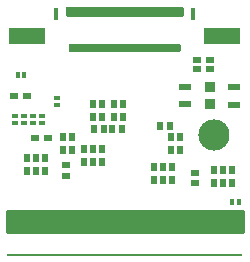
<source format=gbr>
G04 #@! TF.FileFunction,Soldermask,Top*
%FSLAX46Y46*%
G04 Gerber Fmt 4.6, Leading zero omitted, Abs format (unit mm)*
G04 Created by KiCad (PCBNEW 4.0.7-e1-6374~58~ubuntu16.04.1) date Tue Aug 22 20:20:45 2017*
%MOMM*%
%LPD*%
G01*
G04 APERTURE LIST*
%ADD10C,0.100000*%
%ADD11R,0.701600X0.501600*%
%ADD12R,0.601600X0.701600*%
%ADD13R,0.701600X0.601600*%
%ADD14R,0.501600X0.701600*%
%ADD15R,0.531600X0.381600*%
%ADD16R,3.101600X1.401600*%
%ADD17C,2.641600*%
%ADD18R,0.851600X0.901600*%
%ADD19R,0.381600X0.531600*%
%ADD20R,1.001600X0.601600*%
%ADD21R,0.451600X1.101600*%
%ADD22R,0.401600X0.701600*%
%ADD23R,0.401600X0.801600*%
%ADD24R,2.270760X0.355600*%
%ADD25R,5.308600X0.355600*%
%ADD26R,2.527300X0.355600*%
%ADD27R,0.228600X1.473200*%
%ADD28R,0.482600X1.473200*%
%ADD29R,0.228600X1.101600*%
%ADD30R,0.159600X0.187600*%
%ADD31R,0.736600X1.101600*%
%ADD32R,0.482600X1.101600*%
%ADD33R,0.304800X1.101600*%
%ADD34R,15.024887X0.355600*%
%ADD35C,0.254000*%
G04 APERTURE END LIST*
D10*
D11*
X143002000Y-93022000D03*
X143002000Y-93922000D03*
D12*
X144526000Y-92752000D03*
X144526000Y-91652000D03*
D13*
X140378000Y-90678000D03*
X141478000Y-90678000D03*
X138642000Y-87122000D03*
X139742000Y-87122000D03*
D12*
X152019000Y-94276000D03*
X152019000Y-93176000D03*
X146050000Y-88942000D03*
X146050000Y-87842000D03*
D14*
X146870000Y-89916000D03*
X147770000Y-89916000D03*
D15*
X140970000Y-89414000D03*
X140970000Y-88894000D03*
D16*
X139702540Y-82042000D03*
D17*
X155511500Y-90424000D03*
D16*
X156212540Y-82042000D03*
D12*
X145288000Y-88942000D03*
X145288000Y-87842000D03*
X147066000Y-88942000D03*
X147066000Y-87842000D03*
X147828000Y-88942000D03*
X147828000Y-87842000D03*
D18*
X155194000Y-87872000D03*
X155194000Y-86372000D03*
D12*
X139700000Y-93514000D03*
X139700000Y-92414000D03*
X140462000Y-93514000D03*
X140462000Y-92414000D03*
X141224000Y-93514000D03*
X141224000Y-92414000D03*
X142748000Y-91736000D03*
X142748000Y-90636000D03*
D13*
X155236000Y-84836000D03*
X154136000Y-84836000D03*
X155236000Y-84074000D03*
X154136000Y-84074000D03*
D12*
X143510000Y-91736000D03*
X143510000Y-90636000D03*
X145288000Y-92752000D03*
X145288000Y-91652000D03*
X146050000Y-92752000D03*
X146050000Y-91652000D03*
X150495000Y-94276000D03*
X150495000Y-93176000D03*
X151257000Y-94276000D03*
X151257000Y-93176000D03*
X151892000Y-91736000D03*
X151892000Y-90636000D03*
X152654000Y-91736000D03*
X152654000Y-90636000D03*
X156337000Y-93430000D03*
X156337000Y-94530000D03*
X155575000Y-93430000D03*
X155575000Y-94530000D03*
X157099000Y-93430000D03*
X157099000Y-94530000D03*
D15*
X142240000Y-87890000D03*
X142240000Y-87370000D03*
D19*
X157613000Y-96139000D03*
X157093000Y-96139000D03*
D14*
X145346000Y-89916000D03*
X146246000Y-89916000D03*
D20*
X157226000Y-87884000D03*
X157226000Y-86384000D03*
X153098500Y-87872000D03*
X153098500Y-86372000D03*
D15*
X138684000Y-89414000D03*
X138684000Y-88894000D03*
X139446000Y-89414000D03*
X139446000Y-88894000D03*
X140208000Y-89414000D03*
X140208000Y-88894000D03*
D11*
X153924000Y-94557000D03*
X153924000Y-93657000D03*
D14*
X151834000Y-89662000D03*
X150934000Y-89662000D03*
D19*
X139452000Y-85344000D03*
X138932000Y-85344000D03*
D21*
X153740492Y-80258000D03*
D22*
X151865492Y-83058000D03*
D23*
X151565492Y-79993000D03*
X152765492Y-79993000D03*
D22*
X152465492Y-83058000D03*
D23*
X152165492Y-79993000D03*
X150965492Y-79993000D03*
X150365492Y-79993000D03*
X149765492Y-79993000D03*
X149165492Y-79993000D03*
X148565492Y-79993000D03*
X147965492Y-79993000D03*
X147365492Y-79993000D03*
X146765492Y-79993000D03*
X146165492Y-79993000D03*
X145565492Y-79993000D03*
X144965492Y-79993000D03*
X144365492Y-79993000D03*
X143765492Y-79993000D03*
X143165492Y-79993000D03*
D22*
X151265492Y-83058000D03*
X150665492Y-83058000D03*
X150065492Y-83058000D03*
X149465492Y-83058000D03*
X148865492Y-83058000D03*
X148265492Y-83058000D03*
X147665492Y-83058000D03*
X147065492Y-83058000D03*
X146465492Y-83058000D03*
X145865492Y-83058000D03*
X145265492Y-83058000D03*
X144665492Y-83058000D03*
X144065492Y-83058000D03*
X143465492Y-83058000D03*
D21*
X142195492Y-80258000D03*
D24*
X150649940Y-98094800D03*
D25*
X146812000Y-98094800D03*
D24*
X154815540Y-98094800D03*
D26*
X141300200Y-98094800D03*
D27*
X142450820Y-97510600D03*
D28*
X140271500Y-97510600D03*
D27*
X146311620Y-97510600D03*
X149623780Y-97510600D03*
X151671020Y-97510600D03*
X144246600Y-97536000D03*
X155836620Y-97505520D03*
X153781760Y-97505520D03*
D29*
X152693370Y-97330260D03*
X152439116Y-97332800D03*
X149367748Y-97332800D03*
X149113494Y-97332800D03*
X148859240Y-97332800D03*
X148604986Y-97332800D03*
X148350732Y-97332800D03*
X148096478Y-97332800D03*
X147842224Y-97332800D03*
X147587970Y-97332800D03*
X147333716Y-97332800D03*
X147079462Y-97332800D03*
X146824700Y-97332800D03*
X146569430Y-97332800D03*
X143981424Y-97332800D03*
X143726916Y-97332800D03*
X143472662Y-97332800D03*
X143218408Y-97332800D03*
X142964154Y-97332800D03*
X142709900Y-97332800D03*
X157784800Y-97332800D03*
X152947624Y-97330260D03*
X152184862Y-97332800D03*
X151930354Y-97332800D03*
D30*
X138125200Y-100596700D03*
X138225200Y-100596700D03*
X138325200Y-100596700D03*
X138425200Y-100596700D03*
X138525200Y-100596700D03*
X138625200Y-100596700D03*
X138725200Y-100596700D03*
X138825200Y-100596700D03*
X138925200Y-100596700D03*
X139025200Y-100596700D03*
X139125200Y-100596700D03*
X139225200Y-100596700D03*
X139325200Y-100596700D03*
X139425200Y-100596700D03*
X139525200Y-100596700D03*
X139625200Y-100596700D03*
X139725200Y-100596700D03*
X139825200Y-100596700D03*
X139925200Y-100596700D03*
X140025200Y-100596700D03*
X140125200Y-100596700D03*
X140225200Y-100596700D03*
X140325200Y-100596700D03*
X140425200Y-100596700D03*
X140525200Y-100596700D03*
X140625200Y-100596700D03*
X140725200Y-100596700D03*
X140825200Y-100596700D03*
X140925200Y-100596700D03*
X141025200Y-100596700D03*
X141125200Y-100596700D03*
X141225200Y-100596700D03*
X141325200Y-100596700D03*
X141425200Y-100596700D03*
X141525200Y-100596700D03*
X141625200Y-100596700D03*
X141725200Y-100596700D03*
X141825200Y-100596700D03*
X141925200Y-100596700D03*
X142025200Y-100596700D03*
X142125200Y-100596700D03*
X142225200Y-100596700D03*
X142325200Y-100596700D03*
X142425200Y-100596700D03*
X142525200Y-100596700D03*
X142625200Y-100596700D03*
X142725200Y-100596700D03*
X142825200Y-100596700D03*
X142925200Y-100596700D03*
X143025200Y-100596700D03*
X143125200Y-100596700D03*
X143225200Y-100596700D03*
X143325200Y-100596700D03*
X143425200Y-100596700D03*
X143525200Y-100596700D03*
X143625200Y-100596700D03*
X143725200Y-100596700D03*
X143825200Y-100596700D03*
X143925200Y-100596700D03*
X144025200Y-100596700D03*
X144125200Y-100596700D03*
X144225200Y-100596700D03*
X144325200Y-100596700D03*
X144425200Y-100596700D03*
X144525200Y-100596700D03*
X144625200Y-100596700D03*
X144725200Y-100596700D03*
X144825200Y-100596700D03*
X144925200Y-100596700D03*
X145025200Y-100596700D03*
X145125200Y-100596700D03*
X145225200Y-100596700D03*
X145325200Y-100596700D03*
X145425200Y-100596700D03*
X145525200Y-100596700D03*
X145625200Y-100596700D03*
X145725200Y-100596700D03*
X145825200Y-100596700D03*
X145925200Y-100596700D03*
X146025200Y-100596700D03*
X146125200Y-100596700D03*
X146225200Y-100596700D03*
X146325200Y-100596700D03*
X146425200Y-100596700D03*
X146525200Y-100596700D03*
X146625200Y-100596700D03*
X146725200Y-100596700D03*
X146825200Y-100596700D03*
X146925200Y-100596700D03*
X147025200Y-100596700D03*
X147125200Y-100596700D03*
X147225200Y-100596700D03*
X147325200Y-100596700D03*
X147425200Y-100596700D03*
X147525200Y-100596700D03*
X147625200Y-100596700D03*
X147725200Y-100596700D03*
X147825200Y-100596700D03*
X147925200Y-100596700D03*
X148025200Y-100596700D03*
X148125200Y-100596700D03*
X148225200Y-100596700D03*
X148325200Y-100596700D03*
X148425200Y-100596700D03*
X148525200Y-100596700D03*
X148625200Y-100596700D03*
X148725200Y-100596700D03*
X148825200Y-100596700D03*
X148925200Y-100596700D03*
X149025200Y-100596700D03*
X149125200Y-100596700D03*
X149225200Y-100596700D03*
X149325200Y-100596700D03*
X149425200Y-100596700D03*
X149525200Y-100596700D03*
X149625200Y-100596700D03*
X149725200Y-100596700D03*
X149825200Y-100596700D03*
X149925200Y-100596700D03*
X150025200Y-100596700D03*
X150125200Y-100596700D03*
X150225200Y-100596700D03*
X150325200Y-100596700D03*
X150425200Y-100596700D03*
X150525200Y-100596700D03*
X150625200Y-100596700D03*
X150725200Y-100596700D03*
X150825200Y-100596700D03*
X150925200Y-100596700D03*
X151025200Y-100596700D03*
X151125200Y-100596700D03*
X151225200Y-100596700D03*
X151325200Y-100596700D03*
X151425200Y-100596700D03*
X151525200Y-100596700D03*
X151625200Y-100596700D03*
X151725200Y-100596700D03*
X151825200Y-100596700D03*
X151925200Y-100596700D03*
X152025200Y-100596700D03*
X152125200Y-100596700D03*
X152225200Y-100596700D03*
X152325200Y-100596700D03*
X152425200Y-100596700D03*
X152525200Y-100596700D03*
X152625200Y-100596700D03*
X152725200Y-100596700D03*
X152825200Y-100596700D03*
X152925200Y-100596700D03*
X153025200Y-100596700D03*
X153125200Y-100596700D03*
X153225200Y-100596700D03*
X153325200Y-100596700D03*
X153425200Y-100596700D03*
X153525200Y-100596700D03*
X153625200Y-100596700D03*
X153725200Y-100596700D03*
X153825200Y-100596700D03*
X153925200Y-100596700D03*
X154025200Y-100596700D03*
X154125200Y-100596700D03*
X154225200Y-100596700D03*
X154325200Y-100596700D03*
X154425200Y-100596700D03*
X154525200Y-100596700D03*
X154625200Y-100596700D03*
X154725200Y-100596700D03*
X154825200Y-100596700D03*
X154925200Y-100596700D03*
X155025200Y-100596700D03*
X155125200Y-100596700D03*
X155225200Y-100596700D03*
X155325200Y-100596700D03*
X155425200Y-100596700D03*
X155525200Y-100596700D03*
X155625200Y-100596700D03*
X155725200Y-100596700D03*
X155825200Y-100596700D03*
X155925200Y-100596700D03*
X156025200Y-100596700D03*
X156125200Y-100596700D03*
X156225200Y-100596700D03*
X156325200Y-100596700D03*
X156425200Y-100596700D03*
X156525200Y-100596700D03*
X156625200Y-100596700D03*
X156725200Y-100596700D03*
X156825200Y-100596700D03*
X156925200Y-100596700D03*
X157025200Y-100596700D03*
X157125200Y-100596700D03*
X157225200Y-100596700D03*
X157325200Y-100596700D03*
X157425200Y-100596700D03*
X157525200Y-100596700D03*
X157625200Y-100596700D03*
X157725200Y-100596700D03*
X157825200Y-100596700D03*
D31*
X145275300Y-97332800D03*
X150644860Y-97330260D03*
D32*
X150009860Y-97332800D03*
X151279860Y-97332800D03*
D31*
X154802840Y-97332800D03*
D32*
X154165300Y-97330260D03*
X155437840Y-97332800D03*
X144640300Y-97332800D03*
X145910300Y-97332800D03*
X142049500Y-97332800D03*
X140779500Y-97332800D03*
D31*
X141414500Y-97332800D03*
D29*
X138163300Y-97332800D03*
D33*
X138457940Y-97332800D03*
X138790680Y-97332800D03*
D29*
X139090400Y-97332800D03*
X139356338Y-97332800D03*
X139623800Y-97332800D03*
X139890246Y-97332800D03*
D34*
X150088600Y-98478340D03*
D30*
X154425200Y-100596700D03*
D35*
G36*
X157986403Y-98679000D02*
X138049000Y-98679000D01*
X138049000Y-96901000D01*
X157964178Y-96901000D01*
X157986403Y-98679000D01*
X157986403Y-98679000D01*
G37*
X157986403Y-98679000D02*
X138049000Y-98679000D01*
X138049000Y-96901000D01*
X157964178Y-96901000D01*
X157986403Y-98679000D01*
G36*
X152857200Y-80289400D02*
X143078200Y-80289400D01*
X143078200Y-79705200D01*
X152857200Y-79705200D01*
X152857200Y-80289400D01*
X152857200Y-80289400D01*
G37*
X152857200Y-80289400D02*
X143078200Y-80289400D01*
X143078200Y-79705200D01*
X152857200Y-79705200D01*
X152857200Y-80289400D01*
G36*
X152552400Y-83286600D02*
X143383000Y-83286600D01*
X143383000Y-82829400D01*
X152552400Y-82829400D01*
X152552400Y-83286600D01*
X152552400Y-83286600D01*
G37*
X152552400Y-83286600D02*
X143383000Y-83286600D01*
X143383000Y-82829400D01*
X152552400Y-82829400D01*
X152552400Y-83286600D01*
M02*

</source>
